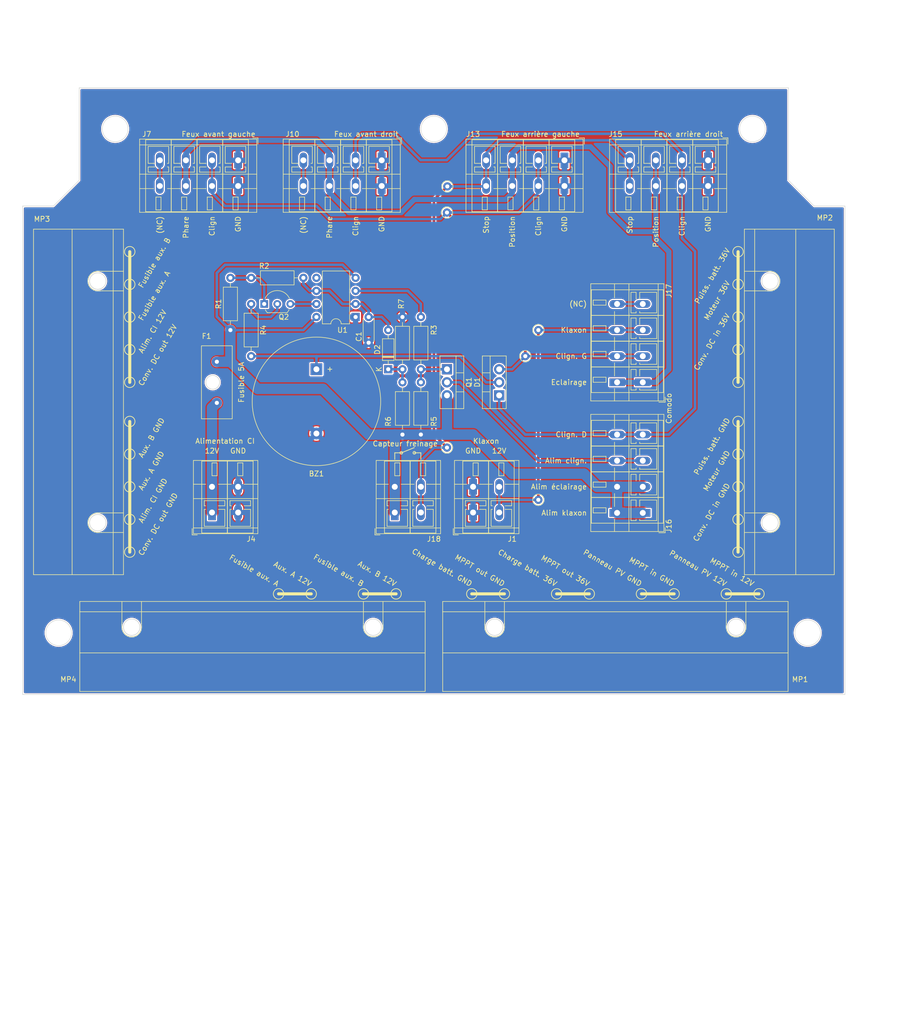
<source format=kicad_pcb>
(kicad_pcb (version 20211014) (generator pcbnew)

  (general
    (thickness 1.6)
  )

  (paper "A4")
  (layers
    (0 "F.Cu" signal)
    (31 "B.Cu" signal)
    (32 "B.Adhes" user "B.Adhesive")
    (33 "F.Adhes" user "F.Adhesive")
    (34 "B.Paste" user)
    (35 "F.Paste" user)
    (36 "B.SilkS" user "B.Silkscreen")
    (37 "F.SilkS" user "F.Silkscreen")
    (38 "B.Mask" user)
    (39 "F.Mask" user)
    (40 "Dwgs.User" user "User.Drawings")
    (41 "Cmts.User" user "User.Comments")
    (42 "Eco1.User" user "User.Eco1")
    (43 "Eco2.User" user "User.Eco2")
    (44 "Edge.Cuts" user)
    (45 "Margin" user)
    (46 "B.CrtYd" user "B.Courtyard")
    (47 "F.CrtYd" user "F.Courtyard")
    (48 "B.Fab" user)
    (49 "F.Fab" user)
    (50 "User.1" user)
    (51 "User.2" user)
    (52 "User.3" user)
    (53 "User.4" user)
    (54 "User.5" user)
    (55 "User.6" user)
    (56 "User.7" user)
    (57 "User.8" user)
    (58 "User.9" user)
  )

  (setup
    (stackup
      (layer "F.SilkS" (type "Top Silk Screen"))
      (layer "F.Paste" (type "Top Solder Paste"))
      (layer "F.Mask" (type "Top Solder Mask") (thickness 0.01))
      (layer "F.Cu" (type "copper") (thickness 0.035))
      (layer "dielectric 1" (type "core") (thickness 1.51) (material "FR4") (epsilon_r 4.5) (loss_tangent 0.02))
      (layer "B.Cu" (type "copper") (thickness 0.035))
      (layer "B.Mask" (type "Bottom Solder Mask") (thickness 0.01))
      (layer "B.Paste" (type "Bottom Solder Paste"))
      (layer "B.SilkS" (type "Bottom Silk Screen"))
      (copper_finish "None")
      (dielectric_constraints no)
    )
    (pad_to_mask_clearance 0)
    (pcbplotparams
      (layerselection 0x00010e0_ffffffff)
      (disableapertmacros false)
      (usegerberextensions false)
      (usegerberattributes true)
      (usegerberadvancedattributes true)
      (creategerberjobfile true)
      (svguseinch false)
      (svgprecision 6)
      (excludeedgelayer true)
      (plotframeref false)
      (viasonmask false)
      (mode 1)
      (useauxorigin false)
      (hpglpennumber 1)
      (hpglpenspeed 20)
      (hpglpendiameter 15.000000)
      (dxfpolygonmode true)
      (dxfimperialunits true)
      (dxfusepcbnewfont true)
      (psnegative false)
      (psa4output false)
      (plotreference true)
      (plotvalue true)
      (plotinvisibletext false)
      (sketchpadsonfab false)
      (subtractmaskfromsilk false)
      (outputformat 1)
      (mirror false)
      (drillshape 0)
      (scaleselection 1)
      (outputdirectory "")
    )
  )

  (net 0 "")
  (net 1 "GND")
  (net 2 "Net-(F1-Pad2)")
  (net 3 "Net-(D1-Pad1)")
  (net 4 "unconnected-(J7-Pad4)")
  (net 5 "unconnected-(J10-Pad4)")
  (net 6 "/Phares")
  (net 7 "Net-(J13-Pad4)")
  (net 8 "Net-(J1-Pad2)")
  (net 9 "/Flasher/Out")
  (net 10 "unconnected-(J17-Pad4)")
  (net 11 "/12V_5A")
  (net 12 "Net-(Q1-Pad1)")
  (net 13 "Net-(C1-Pad1)")
  (net 14 "Net-(D1-Pad3)")
  (net 15 "Net-(Q2-Pad1)")
  (net 16 "unconnected-(U1-Pad5)")
  (net 17 "Net-(Q2-Pad2)")
  (net 18 "/Flasher/Enable")
  (net 19 "Net-(Q2-Pad3)")
  (net 20 "Net-(R3-Pad1)")
  (net 21 "Net-(D2-Pad1)")

  (footprint "circuit:Wago_221-500_SplicingConnectorHolder" (layer "F.Cu") (at 94.615 85.09 90))

  (footprint "circuit:Buzzer_25x16_12.5" (layer "F.Cu") (at 137.16 78.74 -90))

  (footprint "circuit:Strap_D2.0mm_Drill1.0mm" (layer "F.Cu") (at 162.56 48.26))

  (footprint "circuit:Wago_221-500_SplicingConnectorHolder" (layer "F.Cu") (at 124.714 128.905 180))

  (footprint "circuit:Littelfuse_FuseHolder_FL1_178.6764.0001" (layer "F.Cu") (at 117.78 81.28 -90))

  (footprint "circuit:TerminalBlock_WAGO_236-402_1x02_P5.08mm_45Degree" (layer "F.Cu") (at 116.84 101.6))

  (footprint "Resistor_THT:R_Axial_DIN0207_L6.3mm_D2.5mm_P10.16mm_Horizontal" (layer "F.Cu") (at 157.48 68.58 -90))

  (footprint "circuit:TerminalBlock_WAGO_236-404_1x04_P5.08mm_45Degree" (layer "F.Cu") (at 185.42 38.1 180))

  (footprint "Package_DIP:DIP-8_W7.62mm" (layer "F.Cu") (at 144.78 68.58 180))

  (footprint "circuit:Strap_D2.0mm_Drill1.0mm" (layer "F.Cu") (at 177.8 76.2))

  (footprint "circuit:Strap_D2.0mm_Drill1.0mm" (layer "F.Cu") (at 180.34 104.14))

  (footprint "circuit:TerminalBlock_WAGO_236-404_1x04_P5.08mm_45Degree" (layer "F.Cu") (at 213.36 38.1 180))

  (footprint "circuit:TO-220-3_Vertical" (layer "F.Cu") (at 172.72 83.82 90))

  (footprint "Package_TO_SOT_THT:TO-92L_Inline_Wide" (layer "F.Cu") (at 127 66.04))

  (footprint "circuit:TerminalBlock_WAGO_236-404_1x04_P5.08mm_45Degree" (layer "F.Cu") (at 121.92 38.1 180))

  (footprint "Resistor_THT:R_Axial_DIN0207_L6.3mm_D2.5mm_P10.16mm_Horizontal" (layer "F.Cu") (at 153.9 78.74 90))

  (footprint "circuit:TerminalBlock_WAGO_236-404_1x04_P5.08mm_45Degree" (layer "F.Cu") (at 200.66 106.68 90))

  (footprint "Resistor_THT:R_Axial_DIN0207_L6.3mm_D2.5mm_P10.16mm_Horizontal" (layer "F.Cu") (at 157.48 91.44 90))

  (footprint "circuit:Wago_221-500_SplicingConnectorHolder" (layer "F.Cu") (at 225.425 85.09 -90))

  (footprint "Resistor_THT:R_Axial_DIN0207_L6.3mm_D2.5mm_P10.16mm_Horizontal" (layer "F.Cu") (at 124.46 66.04 -90))

  (footprint "Resistor_THT:R_Axial_DIN0207_L6.3mm_D2.5mm_P10.16mm_Horizontal" (layer "F.Cu") (at 153.9 91.45 90))

  (footprint "circuit:Strap_D2.0mm_Drill1.0mm" (layer "F.Cu") (at 162.56 93.98))

  (footprint "Resistor_THT:R_Axial_DIN0207_L6.3mm_D2.5mm_P10.16mm_Horizontal" (layer "F.Cu") (at 120.42 71.12 90))

  (footprint "Resistor_THT:R_Axial_DIN0207_L6.3mm_D2.5mm_P10.16mm_Horizontal" (layer "F.Cu") (at 124.46 60.96))

  (footprint "circuit:Strap_D2.0mm_Drill1.0mm" (layer "F.Cu") (at 180.34 71.12))

  (footprint "Capacitor_THT:C_Disc_D4.3mm_W1.9mm_P5.00mm" (layer "F.Cu") (at 147.32 68.58 -90))

  (footprint "circuit:Strap_D2.0mm_Drill1.0mm" (layer "F.Cu") (at 162.63 43.18))

  (footprint "circuit:TerminalBlock_WAGO_236-402_1x02_P5.08mm_45Degree" (layer "F.Cu") (at 167.64 101.6))

  (footprint "circuit:Wago_221-500_SplicingConnectorHolder" (layer "F.Cu") (at 195.326 128.905 180))

  (footprint "circuit:TerminalBlock_WAGO_236-402_1x02_P5.08mm_45Degree" (layer "F.Cu")
    (tedit 5F817310) (tstamp ee376e01-fd87-460d-8054-53f57dc05951)
    (at 152.4 101.6)
    (descr "Terminal Block WAGO 236-402, 45Degree (cable under 45degree), 2 pins, pitch 5.08mm, size 12.3x14mm^2, drill diamater 1.15mm, pad diameter 3mm")
    (tags "THT Terminal Block WAGO 236-402 45Degree pitch 5.08mm size 12.3x14mm^2 drill 1.15mm pad 3mm")
    (property "Sheetfile" "circuit.kicad_sch")
    (property "Sheetname" "")
    (path "/e25831d2-9583-475c-a839-189f3156583f")
    (attr through_hole)
    (fp_text reference "J18" (at 7.62 10.16) (layer "F.SilkS")
      (effects (font (size 1 1) (thickness 0.15)))
      (tstamp e87969e7-982b-40ce-b9e4-c2a54b598e8b)
    )
    (fp_text value "Conn_Capteur_Frein" (at 2.65 10.12) (layer "F.Fab")
      (effects (font (size 1 1) (thickness 0.15)))
      (tstamp c23cde57-dfdd-4132-88f6-7decd43b6ba3)
    )
    (fp_text user "${REFERENCE}" (at 2.65 1) (layer "F.Fab")
      (effects (font (size 1 1) (thickness 0.15)))
      (tstamp a1c19031-85a7-4245-9e0a-eed346ebf312)
    )
    (fp_line (start -2 -5) (end -2 9) (layer "F.SilkS") (width 0.12) (tstamp 0078fbf2-0b7f-48a6-acee-5c58b07fba98))
    (fp_line (start -2 -5) (end 3 -5) (layer "F.SilkS") (width 0.12) (tstamp 08981952-0dd9-4604-80d9-1a4e5b4feba9))
    (fp_line (start -1.5 2.7) (end 2.5 2.7) (layer "F.SilkS") (width 0.12) (tstamp 09351f79-a69f-490c-a377-4240af681450))
    (fp_line (start 3.5 7.7) (end 7.5 7.7) (layer "F.SilkS") (width 0.12) (tstamp 108c204d-b12f-43eb-adc6-b46169116738))
    (fp_line (start 0 -4.65) (end 0 -2.151) (layer "F.SilkS") (width 0.12) (tstamp 12e05261-3e95-4bb2-900f-ff1eac4ea067))
    (fp_line (start 3 -5) (end 3 9) (layer "F.SilkS") (width 0.12) (tstamp 13d00b7b-9c36-4996-b531-5e229b0a4426))
    (fp_line (start 5 -4.65) (end 6 -4.65) (layer "F.SilkS") (width 0.12) (tstamp 1e4f7d4e-aecf-4032-a73e-20a3eac0ac93))
    (fp_line (start 2.5 4.4) (end 2.5 7.7) (layer "F.SilkS") (width 0.12) (tstamp 27ae201e-60f8-4922-9b06-f12aa99be373))
    (fp_line (start -3.62 -0.5) (end -1.23 -0.5) (layer "F.SilkS") (width 0.12) (tstamp 2a27b3f8-8778-4196-92a6-04b3f6373d3b))
    (fp_line (start -3.86 8.12) (end -3.86 9.36) (layer "F.SilkS") (width 0.12) (tstamp 348de5bb-53d6-42d0-8e28-c204ff01de10))
    (fp_line (start 3 -5) (end 8 -5) (layer "F.SilkS") (width 0.12) (tstamp 34a66dff-5e8e-44b4-accd-1d1a2a8e8c6d))
    (fp_line (start -1.5 3.7) (end -1.23 3.7) (layer "F.SilkS") (width 0.12) (tstamp 36c2acb4-4c27-4d29-8c99-f6d715d0d9b0))
    (fp_line (start -3.62 -5.12) (end 8.921 -5.12) (layer "F.SilkS") (width 0.12) (tstamp 396a865d-b728-4af8-ab82-629d696dd7d9))
    (fp_line (start 7.5 4.4) (end 7.5 7.7) (layer "F.SilkS") (width 0.12) (tstamp 3b6d40c3-2cf3-41ae-ad4e-62cf0a0a9489))
    (fp_line (start 1.23 3.7) (end 2.5 3.7) (layer "F.SilkS") (width 0.12) (tstamp 4014870e-9221-4c70-abbe-31d4e6264865))
    (fp_line (start -1.5 7.7) (end 2.5 7.7) (layer "F.SilkS") (width 0.12) (tstamp 4707d8f5-3f04-4eb6-a3e6-8aed8b51bc80))
    (fp_line (start 3.5 3.7) (end 3.77 3.7) (layer "F.SilkS") (width 0.12) (tstamp 4879150c-b067-446a-b066-24f7a62ec845))
    (fp_line (start 6.23 -0.5) (end 8.921 -0.5) (layer "F.SilkS") (width 0.12) (tstamp 57e5eaa7-b415-4090-ab6b-0947c7c0ad9f))
    (fp_line (start -1.5 2.7) (end -1.5 3.7) (layer "F.SilkS") (width 0.12) (tstamp 68f7e376-0e30-4699-a761-295d29781a5f))
    (fp_line (start -3.62 9.12) (end 8.921 9.12) (layer "F.SilkS") (width 0.12) (tstamp 691fdcfe-a6e4-4b14-9767-675501b057aa))
    (fp_line (start 8 -5) (end 8 9) (layer "F.SilkS") (width 0.12) (tstamp 6976b33c-7715-4e7c-8e97-4031b64088d1))
    (fp_line (start 3.5 4.4) (end 3.5 7.7) (layer "F.SilkS") (width 0.12) (tstamp 6d5b95d9-97c3-4b52-bab2-063cd8d40597))
    (fp_line (start 1.23 4.4) (end 2.5 4.4) (layer "F.SilkS") (width 0.12) (tstamp 6d916e42-72b8-430c-bbd0-a86c2f22e76b))
    (fp_line (start 3.5 2.7) (end 3.5 3.7) (layer "F.SilkS") (width 0.12) (tstamp 6ff296e9-e53a-4da4-8f0c-6166a1d4d999))
    (fp_line (start -3.62 8) (end 8.921 8) (layer "F.SilkS") (width 0.12) (tstamp 71722d45-36a4-4a46-a693-d0e98a4da015))
    (fp_line (start 7.5 2.7) (end 7.5 3.7) (layer "F.SilkS") (width 0.12) (tstamp 75990a9c-a466-42ea-b704-a1b564052f8c))
    (fp_line (start 3 9) (end 8 9) (layer "F.SilkS") (width 0.12) (tstamp 7a1cf4e2-8037-4882-b363-5f9f3b542adf))
    (fp_line (start -3.62 -5.12) (end -3.62 9.12) (layer "F.SilkS") (width 0.12) (tstamp 90662c63-00a8-414d-b291-156d808a5167))
    (fp_line (start 1 -4.65) (end 1 -2.151) (layer "F.SilkS") (width 0.12) (tstamp 9162a1fb-3573-4860-9273-2231d802b470))
    (fp_line (start 3.5 4.4) (end 3.77 4.4) (layer "F.SilkS") (width 0.12) (tstamp 91847b53-3ec2-4e7f-82cb-65071afc5ca6))
    (fp_line (start -3.86 9.36) (end -2.86 9.36) (layer "F.SilkS") (width 0.12) (tstamp 93715133-6565-4323-a05d-b4abc30011ea))
    (fp_line (start 6.23 3.7) (end 7.5 3.7) (layer "F.SilkS") (width 0.12) (tstamp 9841b2f0-bf49-40b5-8b30-965997f25e0b))
    (fp_line (start 3.5 2.7) (end 7.5 2.7) (layer "F.SilkS") (width 0.12) (tstamp a2ce16d6-d8fd-4f46-a0f9-5bad2bf42661))
    (fp_line (start 5 -2.151) (end 6 -2.151) (layer "F.SilkS") (width 0.12) (tstamp a3f87e19-f0e7-4101-a518-06bfff8d71be))
    (fp_line 
... [892326 chars truncated]
</source>
